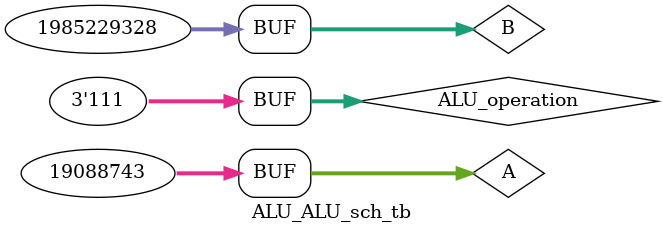
<source format=v>

`timescale 1ns / 1ps

module ALU_ALU_sch_tb();

// Inputs
   reg [2:0] ALU_operation;
   reg [31:0] A;
   reg [31:0] B;

// Output
   wire [31:0] res;
   wire zero;
   wire overflow;

// Bidirs

// Instantiate the UUT
   ALU UUT (
		.ALU_operation(ALU_operation), 
		.res(res), 
		.zero(zero), 
		.overflow(overflow), 
		.A(A), 
		.B(B)
   );
// Initialize Inputs
   initial begin
		A = 0;
		B = 0;
		ALU_operation = 0;
		A=32'hA5A5A5A5;
	B=32'h5A5A5A5A;
	ALU_operation =3'b111;
	#100;
	ALU_operation =3'b110;
	#100;
	ALU_operation =3'b101;
	#100;
	ALU_operation =3'b100;
	#100;
	ALU_operation =3'b011;
	#100;
	ALU_operation =3'b010;
	#100;
	ALU_operation =3'b001;
	#100;
	ALU_operation =3'b000;
	#100;
	A=32'h01234567;
	B=32'h76543210;
	ALU_operation =3'b111;
	end
endmodule

</source>
